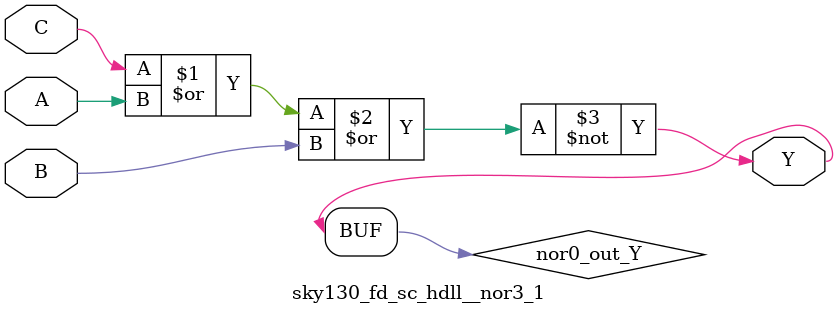
<source format=v>
/*
 * Copyright 2020 The SkyWater PDK Authors
 *
 * Licensed under the Apache License, Version 2.0 (the "License");
 * you may not use this file except in compliance with the License.
 * You may obtain a copy of the License at
 *
 *     https://www.apache.org/licenses/LICENSE-2.0
 *
 * Unless required by applicable law or agreed to in writing, software
 * distributed under the License is distributed on an "AS IS" BASIS,
 * WITHOUT WARRANTIES OR CONDITIONS OF ANY KIND, either express or implied.
 * See the License for the specific language governing permissions and
 * limitations under the License.
 *
 * SPDX-License-Identifier: Apache-2.0
*/


`ifndef SKY130_FD_SC_HDLL__NOR3_1_FUNCTIONAL_V
`define SKY130_FD_SC_HDLL__NOR3_1_FUNCTIONAL_V

/**
 * nor3: 3-input NOR.
 *
 *       Y = !(A | B | C | !D)
 *
 * Verilog simulation functional model.
 */

`timescale 1ns / 1ps
`default_nettype none

`celldefine
module sky130_fd_sc_hdll__nor3_1 (
    Y,
    A,
    B,
    C
);

    // Module ports
    output Y;
    input  A;
    input  B;
    input  C;

    // Local signals
    wire nor0_out_Y;

    //  Name  Output      Other arguments
    nor nor0 (nor0_out_Y, C, A, B        );
    buf buf0 (Y         , nor0_out_Y     );

endmodule
`endcelldefine

`default_nettype wire
`endif  // SKY130_FD_SC_HDLL__NOR3_1_FUNCTIONAL_V

</source>
